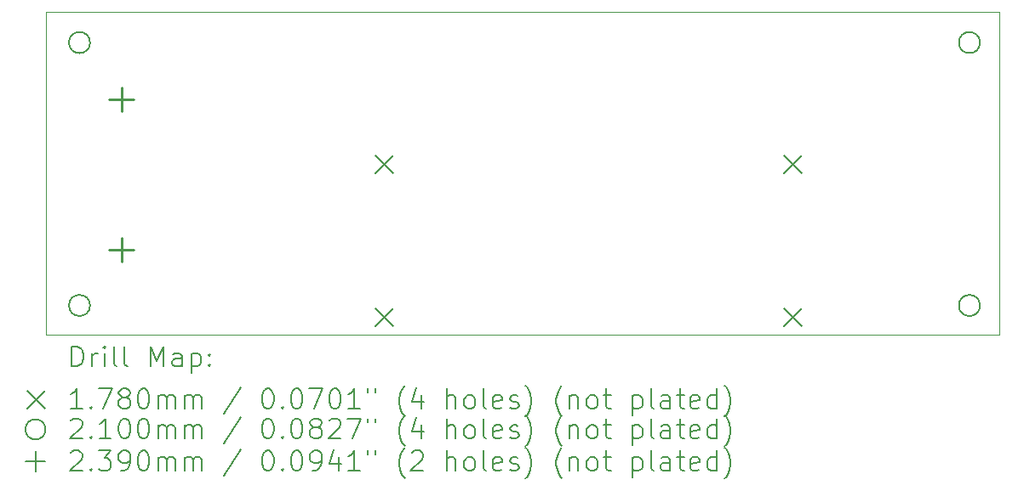
<source format=gbr>
%TF.GenerationSoftware,KiCad,Pcbnew,8.0.1*%
%TF.CreationDate,2024-05-12T20:31:25+01:00*%
%TF.ProjectId,TIMPS2Key,54494d50-5332-44b6-9579-2e6b69636164,rev?*%
%TF.SameCoordinates,Original*%
%TF.FileFunction,Drillmap*%
%TF.FilePolarity,Positive*%
%FSLAX45Y45*%
G04 Gerber Fmt 4.5, Leading zero omitted, Abs format (unit mm)*
G04 Created by KiCad (PCBNEW 8.0.1) date 2024-05-12 20:31:25*
%MOMM*%
%LPD*%
G01*
G04 APERTURE LIST*
%ADD10C,0.100000*%
%ADD11C,0.200000*%
%ADD12C,0.178000*%
%ADD13C,0.210000*%
%ADD14C,0.239000*%
G04 APERTURE END LIST*
D10*
X8070000Y-4675000D02*
X17554000Y-4675000D01*
X17554000Y-7893000D01*
X8070000Y-7893000D01*
X8070000Y-4675000D01*
D11*
D12*
X11347000Y-6103000D02*
X11525000Y-6281000D01*
X11525000Y-6103000D02*
X11347000Y-6281000D01*
X11347000Y-7627000D02*
X11525000Y-7805000D01*
X11525000Y-7627000D02*
X11347000Y-7805000D01*
X15411000Y-6103000D02*
X15589000Y-6281000D01*
X15589000Y-6103000D02*
X15411000Y-6281000D01*
X15411000Y-7627000D02*
X15589000Y-7805000D01*
X15589000Y-7627000D02*
X15411000Y-7805000D01*
D13*
X8508000Y-4981000D02*
G75*
G02*
X8298000Y-4981000I-105000J0D01*
G01*
X8298000Y-4981000D02*
G75*
G02*
X8508000Y-4981000I105000J0D01*
G01*
X8508000Y-7601000D02*
G75*
G02*
X8298000Y-7601000I-105000J0D01*
G01*
X8298000Y-7601000D02*
G75*
G02*
X8508000Y-7601000I105000J0D01*
G01*
X17360000Y-4981000D02*
G75*
G02*
X17150000Y-4981000I-105000J0D01*
G01*
X17150000Y-4981000D02*
G75*
G02*
X17360000Y-4981000I105000J0D01*
G01*
X17360000Y-7601000D02*
G75*
G02*
X17150000Y-7601000I-105000J0D01*
G01*
X17150000Y-7601000D02*
G75*
G02*
X17360000Y-7601000I105000J0D01*
G01*
D14*
X8819000Y-5427500D02*
X8819000Y-5666500D01*
X8699500Y-5547000D02*
X8938500Y-5547000D01*
X8819000Y-6928500D02*
X8819000Y-7167500D01*
X8699500Y-7048000D02*
X8938500Y-7048000D01*
D11*
X8325777Y-8209484D02*
X8325777Y-8009484D01*
X8325777Y-8009484D02*
X8373396Y-8009484D01*
X8373396Y-8009484D02*
X8401967Y-8019008D01*
X8401967Y-8019008D02*
X8421015Y-8038055D01*
X8421015Y-8038055D02*
X8430539Y-8057103D01*
X8430539Y-8057103D02*
X8440063Y-8095198D01*
X8440063Y-8095198D02*
X8440063Y-8123769D01*
X8440063Y-8123769D02*
X8430539Y-8161865D01*
X8430539Y-8161865D02*
X8421015Y-8180912D01*
X8421015Y-8180912D02*
X8401967Y-8199960D01*
X8401967Y-8199960D02*
X8373396Y-8209484D01*
X8373396Y-8209484D02*
X8325777Y-8209484D01*
X8525777Y-8209484D02*
X8525777Y-8076150D01*
X8525777Y-8114246D02*
X8535301Y-8095198D01*
X8535301Y-8095198D02*
X8544824Y-8085674D01*
X8544824Y-8085674D02*
X8563872Y-8076150D01*
X8563872Y-8076150D02*
X8582920Y-8076150D01*
X8649586Y-8209484D02*
X8649586Y-8076150D01*
X8649586Y-8009484D02*
X8640063Y-8019008D01*
X8640063Y-8019008D02*
X8649586Y-8028531D01*
X8649586Y-8028531D02*
X8659110Y-8019008D01*
X8659110Y-8019008D02*
X8649586Y-8009484D01*
X8649586Y-8009484D02*
X8649586Y-8028531D01*
X8773396Y-8209484D02*
X8754348Y-8199960D01*
X8754348Y-8199960D02*
X8744824Y-8180912D01*
X8744824Y-8180912D02*
X8744824Y-8009484D01*
X8878158Y-8209484D02*
X8859110Y-8199960D01*
X8859110Y-8199960D02*
X8849586Y-8180912D01*
X8849586Y-8180912D02*
X8849586Y-8009484D01*
X9106729Y-8209484D02*
X9106729Y-8009484D01*
X9106729Y-8009484D02*
X9173396Y-8152341D01*
X9173396Y-8152341D02*
X9240063Y-8009484D01*
X9240063Y-8009484D02*
X9240063Y-8209484D01*
X9421015Y-8209484D02*
X9421015Y-8104722D01*
X9421015Y-8104722D02*
X9411491Y-8085674D01*
X9411491Y-8085674D02*
X9392444Y-8076150D01*
X9392444Y-8076150D02*
X9354348Y-8076150D01*
X9354348Y-8076150D02*
X9335301Y-8085674D01*
X9421015Y-8199960D02*
X9401967Y-8209484D01*
X9401967Y-8209484D02*
X9354348Y-8209484D01*
X9354348Y-8209484D02*
X9335301Y-8199960D01*
X9335301Y-8199960D02*
X9325777Y-8180912D01*
X9325777Y-8180912D02*
X9325777Y-8161865D01*
X9325777Y-8161865D02*
X9335301Y-8142817D01*
X9335301Y-8142817D02*
X9354348Y-8133293D01*
X9354348Y-8133293D02*
X9401967Y-8133293D01*
X9401967Y-8133293D02*
X9421015Y-8123769D01*
X9516253Y-8076150D02*
X9516253Y-8276150D01*
X9516253Y-8085674D02*
X9535301Y-8076150D01*
X9535301Y-8076150D02*
X9573396Y-8076150D01*
X9573396Y-8076150D02*
X9592444Y-8085674D01*
X9592444Y-8085674D02*
X9601967Y-8095198D01*
X9601967Y-8095198D02*
X9611491Y-8114246D01*
X9611491Y-8114246D02*
X9611491Y-8171388D01*
X9611491Y-8171388D02*
X9601967Y-8190436D01*
X9601967Y-8190436D02*
X9592444Y-8199960D01*
X9592444Y-8199960D02*
X9573396Y-8209484D01*
X9573396Y-8209484D02*
X9535301Y-8209484D01*
X9535301Y-8209484D02*
X9516253Y-8199960D01*
X9697205Y-8190436D02*
X9706729Y-8199960D01*
X9706729Y-8199960D02*
X9697205Y-8209484D01*
X9697205Y-8209484D02*
X9687682Y-8199960D01*
X9687682Y-8199960D02*
X9697205Y-8190436D01*
X9697205Y-8190436D02*
X9697205Y-8209484D01*
X9697205Y-8085674D02*
X9706729Y-8095198D01*
X9706729Y-8095198D02*
X9697205Y-8104722D01*
X9697205Y-8104722D02*
X9687682Y-8095198D01*
X9687682Y-8095198D02*
X9697205Y-8085674D01*
X9697205Y-8085674D02*
X9697205Y-8104722D01*
D12*
X7887000Y-8449000D02*
X8065000Y-8627000D01*
X8065000Y-8449000D02*
X7887000Y-8627000D01*
D11*
X8430539Y-8629484D02*
X8316253Y-8629484D01*
X8373396Y-8629484D02*
X8373396Y-8429484D01*
X8373396Y-8429484D02*
X8354348Y-8458055D01*
X8354348Y-8458055D02*
X8335301Y-8477103D01*
X8335301Y-8477103D02*
X8316253Y-8486627D01*
X8516253Y-8610436D02*
X8525777Y-8619960D01*
X8525777Y-8619960D02*
X8516253Y-8629484D01*
X8516253Y-8629484D02*
X8506729Y-8619960D01*
X8506729Y-8619960D02*
X8516253Y-8610436D01*
X8516253Y-8610436D02*
X8516253Y-8629484D01*
X8592444Y-8429484D02*
X8725777Y-8429484D01*
X8725777Y-8429484D02*
X8640063Y-8629484D01*
X8830539Y-8515198D02*
X8811491Y-8505674D01*
X8811491Y-8505674D02*
X8801967Y-8496150D01*
X8801967Y-8496150D02*
X8792444Y-8477103D01*
X8792444Y-8477103D02*
X8792444Y-8467579D01*
X8792444Y-8467579D02*
X8801967Y-8448531D01*
X8801967Y-8448531D02*
X8811491Y-8439008D01*
X8811491Y-8439008D02*
X8830539Y-8429484D01*
X8830539Y-8429484D02*
X8868634Y-8429484D01*
X8868634Y-8429484D02*
X8887682Y-8439008D01*
X8887682Y-8439008D02*
X8897205Y-8448531D01*
X8897205Y-8448531D02*
X8906729Y-8467579D01*
X8906729Y-8467579D02*
X8906729Y-8477103D01*
X8906729Y-8477103D02*
X8897205Y-8496150D01*
X8897205Y-8496150D02*
X8887682Y-8505674D01*
X8887682Y-8505674D02*
X8868634Y-8515198D01*
X8868634Y-8515198D02*
X8830539Y-8515198D01*
X8830539Y-8515198D02*
X8811491Y-8524722D01*
X8811491Y-8524722D02*
X8801967Y-8534246D01*
X8801967Y-8534246D02*
X8792444Y-8553293D01*
X8792444Y-8553293D02*
X8792444Y-8591389D01*
X8792444Y-8591389D02*
X8801967Y-8610436D01*
X8801967Y-8610436D02*
X8811491Y-8619960D01*
X8811491Y-8619960D02*
X8830539Y-8629484D01*
X8830539Y-8629484D02*
X8868634Y-8629484D01*
X8868634Y-8629484D02*
X8887682Y-8619960D01*
X8887682Y-8619960D02*
X8897205Y-8610436D01*
X8897205Y-8610436D02*
X8906729Y-8591389D01*
X8906729Y-8591389D02*
X8906729Y-8553293D01*
X8906729Y-8553293D02*
X8897205Y-8534246D01*
X8897205Y-8534246D02*
X8887682Y-8524722D01*
X8887682Y-8524722D02*
X8868634Y-8515198D01*
X9030539Y-8429484D02*
X9049586Y-8429484D01*
X9049586Y-8429484D02*
X9068634Y-8439008D01*
X9068634Y-8439008D02*
X9078158Y-8448531D01*
X9078158Y-8448531D02*
X9087682Y-8467579D01*
X9087682Y-8467579D02*
X9097205Y-8505674D01*
X9097205Y-8505674D02*
X9097205Y-8553293D01*
X9097205Y-8553293D02*
X9087682Y-8591389D01*
X9087682Y-8591389D02*
X9078158Y-8610436D01*
X9078158Y-8610436D02*
X9068634Y-8619960D01*
X9068634Y-8619960D02*
X9049586Y-8629484D01*
X9049586Y-8629484D02*
X9030539Y-8629484D01*
X9030539Y-8629484D02*
X9011491Y-8619960D01*
X9011491Y-8619960D02*
X9001967Y-8610436D01*
X9001967Y-8610436D02*
X8992444Y-8591389D01*
X8992444Y-8591389D02*
X8982920Y-8553293D01*
X8982920Y-8553293D02*
X8982920Y-8505674D01*
X8982920Y-8505674D02*
X8992444Y-8467579D01*
X8992444Y-8467579D02*
X9001967Y-8448531D01*
X9001967Y-8448531D02*
X9011491Y-8439008D01*
X9011491Y-8439008D02*
X9030539Y-8429484D01*
X9182920Y-8629484D02*
X9182920Y-8496150D01*
X9182920Y-8515198D02*
X9192444Y-8505674D01*
X9192444Y-8505674D02*
X9211491Y-8496150D01*
X9211491Y-8496150D02*
X9240063Y-8496150D01*
X9240063Y-8496150D02*
X9259110Y-8505674D01*
X9259110Y-8505674D02*
X9268634Y-8524722D01*
X9268634Y-8524722D02*
X9268634Y-8629484D01*
X9268634Y-8524722D02*
X9278158Y-8505674D01*
X9278158Y-8505674D02*
X9297205Y-8496150D01*
X9297205Y-8496150D02*
X9325777Y-8496150D01*
X9325777Y-8496150D02*
X9344825Y-8505674D01*
X9344825Y-8505674D02*
X9354348Y-8524722D01*
X9354348Y-8524722D02*
X9354348Y-8629484D01*
X9449586Y-8629484D02*
X9449586Y-8496150D01*
X9449586Y-8515198D02*
X9459110Y-8505674D01*
X9459110Y-8505674D02*
X9478158Y-8496150D01*
X9478158Y-8496150D02*
X9506729Y-8496150D01*
X9506729Y-8496150D02*
X9525777Y-8505674D01*
X9525777Y-8505674D02*
X9535301Y-8524722D01*
X9535301Y-8524722D02*
X9535301Y-8629484D01*
X9535301Y-8524722D02*
X9544825Y-8505674D01*
X9544825Y-8505674D02*
X9563872Y-8496150D01*
X9563872Y-8496150D02*
X9592444Y-8496150D01*
X9592444Y-8496150D02*
X9611491Y-8505674D01*
X9611491Y-8505674D02*
X9621015Y-8524722D01*
X9621015Y-8524722D02*
X9621015Y-8629484D01*
X10011491Y-8419960D02*
X9840063Y-8677103D01*
X10268634Y-8429484D02*
X10287682Y-8429484D01*
X10287682Y-8429484D02*
X10306729Y-8439008D01*
X10306729Y-8439008D02*
X10316253Y-8448531D01*
X10316253Y-8448531D02*
X10325777Y-8467579D01*
X10325777Y-8467579D02*
X10335301Y-8505674D01*
X10335301Y-8505674D02*
X10335301Y-8553293D01*
X10335301Y-8553293D02*
X10325777Y-8591389D01*
X10325777Y-8591389D02*
X10316253Y-8610436D01*
X10316253Y-8610436D02*
X10306729Y-8619960D01*
X10306729Y-8619960D02*
X10287682Y-8629484D01*
X10287682Y-8629484D02*
X10268634Y-8629484D01*
X10268634Y-8629484D02*
X10249587Y-8619960D01*
X10249587Y-8619960D02*
X10240063Y-8610436D01*
X10240063Y-8610436D02*
X10230539Y-8591389D01*
X10230539Y-8591389D02*
X10221015Y-8553293D01*
X10221015Y-8553293D02*
X10221015Y-8505674D01*
X10221015Y-8505674D02*
X10230539Y-8467579D01*
X10230539Y-8467579D02*
X10240063Y-8448531D01*
X10240063Y-8448531D02*
X10249587Y-8439008D01*
X10249587Y-8439008D02*
X10268634Y-8429484D01*
X10421015Y-8610436D02*
X10430539Y-8619960D01*
X10430539Y-8619960D02*
X10421015Y-8629484D01*
X10421015Y-8629484D02*
X10411491Y-8619960D01*
X10411491Y-8619960D02*
X10421015Y-8610436D01*
X10421015Y-8610436D02*
X10421015Y-8629484D01*
X10554348Y-8429484D02*
X10573396Y-8429484D01*
X10573396Y-8429484D02*
X10592444Y-8439008D01*
X10592444Y-8439008D02*
X10601968Y-8448531D01*
X10601968Y-8448531D02*
X10611491Y-8467579D01*
X10611491Y-8467579D02*
X10621015Y-8505674D01*
X10621015Y-8505674D02*
X10621015Y-8553293D01*
X10621015Y-8553293D02*
X10611491Y-8591389D01*
X10611491Y-8591389D02*
X10601968Y-8610436D01*
X10601968Y-8610436D02*
X10592444Y-8619960D01*
X10592444Y-8619960D02*
X10573396Y-8629484D01*
X10573396Y-8629484D02*
X10554348Y-8629484D01*
X10554348Y-8629484D02*
X10535301Y-8619960D01*
X10535301Y-8619960D02*
X10525777Y-8610436D01*
X10525777Y-8610436D02*
X10516253Y-8591389D01*
X10516253Y-8591389D02*
X10506729Y-8553293D01*
X10506729Y-8553293D02*
X10506729Y-8505674D01*
X10506729Y-8505674D02*
X10516253Y-8467579D01*
X10516253Y-8467579D02*
X10525777Y-8448531D01*
X10525777Y-8448531D02*
X10535301Y-8439008D01*
X10535301Y-8439008D02*
X10554348Y-8429484D01*
X10687682Y-8429484D02*
X10821015Y-8429484D01*
X10821015Y-8429484D02*
X10735301Y-8629484D01*
X10935301Y-8429484D02*
X10954349Y-8429484D01*
X10954349Y-8429484D02*
X10973396Y-8439008D01*
X10973396Y-8439008D02*
X10982920Y-8448531D01*
X10982920Y-8448531D02*
X10992444Y-8467579D01*
X10992444Y-8467579D02*
X11001968Y-8505674D01*
X11001968Y-8505674D02*
X11001968Y-8553293D01*
X11001968Y-8553293D02*
X10992444Y-8591389D01*
X10992444Y-8591389D02*
X10982920Y-8610436D01*
X10982920Y-8610436D02*
X10973396Y-8619960D01*
X10973396Y-8619960D02*
X10954349Y-8629484D01*
X10954349Y-8629484D02*
X10935301Y-8629484D01*
X10935301Y-8629484D02*
X10916253Y-8619960D01*
X10916253Y-8619960D02*
X10906729Y-8610436D01*
X10906729Y-8610436D02*
X10897206Y-8591389D01*
X10897206Y-8591389D02*
X10887682Y-8553293D01*
X10887682Y-8553293D02*
X10887682Y-8505674D01*
X10887682Y-8505674D02*
X10897206Y-8467579D01*
X10897206Y-8467579D02*
X10906729Y-8448531D01*
X10906729Y-8448531D02*
X10916253Y-8439008D01*
X10916253Y-8439008D02*
X10935301Y-8429484D01*
X11192444Y-8629484D02*
X11078158Y-8629484D01*
X11135301Y-8629484D02*
X11135301Y-8429484D01*
X11135301Y-8429484D02*
X11116253Y-8458055D01*
X11116253Y-8458055D02*
X11097206Y-8477103D01*
X11097206Y-8477103D02*
X11078158Y-8486627D01*
X11268634Y-8429484D02*
X11268634Y-8467579D01*
X11344825Y-8429484D02*
X11344825Y-8467579D01*
X11640063Y-8705674D02*
X11630539Y-8696150D01*
X11630539Y-8696150D02*
X11611491Y-8667579D01*
X11611491Y-8667579D02*
X11601968Y-8648531D01*
X11601968Y-8648531D02*
X11592444Y-8619960D01*
X11592444Y-8619960D02*
X11582920Y-8572341D01*
X11582920Y-8572341D02*
X11582920Y-8534246D01*
X11582920Y-8534246D02*
X11592444Y-8486627D01*
X11592444Y-8486627D02*
X11601968Y-8458055D01*
X11601968Y-8458055D02*
X11611491Y-8439008D01*
X11611491Y-8439008D02*
X11630539Y-8410436D01*
X11630539Y-8410436D02*
X11640063Y-8400912D01*
X11801968Y-8496150D02*
X11801968Y-8629484D01*
X11754348Y-8419960D02*
X11706729Y-8562817D01*
X11706729Y-8562817D02*
X11830539Y-8562817D01*
X12059110Y-8629484D02*
X12059110Y-8429484D01*
X12144825Y-8629484D02*
X12144825Y-8524722D01*
X12144825Y-8524722D02*
X12135301Y-8505674D01*
X12135301Y-8505674D02*
X12116253Y-8496150D01*
X12116253Y-8496150D02*
X12087682Y-8496150D01*
X12087682Y-8496150D02*
X12068634Y-8505674D01*
X12068634Y-8505674D02*
X12059110Y-8515198D01*
X12268634Y-8629484D02*
X12249587Y-8619960D01*
X12249587Y-8619960D02*
X12240063Y-8610436D01*
X12240063Y-8610436D02*
X12230539Y-8591389D01*
X12230539Y-8591389D02*
X12230539Y-8534246D01*
X12230539Y-8534246D02*
X12240063Y-8515198D01*
X12240063Y-8515198D02*
X12249587Y-8505674D01*
X12249587Y-8505674D02*
X12268634Y-8496150D01*
X12268634Y-8496150D02*
X12297206Y-8496150D01*
X12297206Y-8496150D02*
X12316253Y-8505674D01*
X12316253Y-8505674D02*
X12325777Y-8515198D01*
X12325777Y-8515198D02*
X12335301Y-8534246D01*
X12335301Y-8534246D02*
X12335301Y-8591389D01*
X12335301Y-8591389D02*
X12325777Y-8610436D01*
X12325777Y-8610436D02*
X12316253Y-8619960D01*
X12316253Y-8619960D02*
X12297206Y-8629484D01*
X12297206Y-8629484D02*
X12268634Y-8629484D01*
X12449587Y-8629484D02*
X12430539Y-8619960D01*
X12430539Y-8619960D02*
X12421015Y-8600912D01*
X12421015Y-8600912D02*
X12421015Y-8429484D01*
X12601968Y-8619960D02*
X12582920Y-8629484D01*
X12582920Y-8629484D02*
X12544825Y-8629484D01*
X12544825Y-8629484D02*
X12525777Y-8619960D01*
X12525777Y-8619960D02*
X12516253Y-8600912D01*
X12516253Y-8600912D02*
X12516253Y-8524722D01*
X12516253Y-8524722D02*
X12525777Y-8505674D01*
X12525777Y-8505674D02*
X12544825Y-8496150D01*
X12544825Y-8496150D02*
X12582920Y-8496150D01*
X12582920Y-8496150D02*
X12601968Y-8505674D01*
X12601968Y-8505674D02*
X12611491Y-8524722D01*
X12611491Y-8524722D02*
X12611491Y-8543770D01*
X12611491Y-8543770D02*
X12516253Y-8562817D01*
X12687682Y-8619960D02*
X12706730Y-8629484D01*
X12706730Y-8629484D02*
X12744825Y-8629484D01*
X12744825Y-8629484D02*
X12763872Y-8619960D01*
X12763872Y-8619960D02*
X12773396Y-8600912D01*
X12773396Y-8600912D02*
X12773396Y-8591389D01*
X12773396Y-8591389D02*
X12763872Y-8572341D01*
X12763872Y-8572341D02*
X12744825Y-8562817D01*
X12744825Y-8562817D02*
X12716253Y-8562817D01*
X12716253Y-8562817D02*
X12697206Y-8553293D01*
X12697206Y-8553293D02*
X12687682Y-8534246D01*
X12687682Y-8534246D02*
X12687682Y-8524722D01*
X12687682Y-8524722D02*
X12697206Y-8505674D01*
X12697206Y-8505674D02*
X12716253Y-8496150D01*
X12716253Y-8496150D02*
X12744825Y-8496150D01*
X12744825Y-8496150D02*
X12763872Y-8505674D01*
X12840063Y-8705674D02*
X12849587Y-8696150D01*
X12849587Y-8696150D02*
X12868634Y-8667579D01*
X12868634Y-8667579D02*
X12878158Y-8648531D01*
X12878158Y-8648531D02*
X12887682Y-8619960D01*
X12887682Y-8619960D02*
X12897206Y-8572341D01*
X12897206Y-8572341D02*
X12897206Y-8534246D01*
X12897206Y-8534246D02*
X12887682Y-8486627D01*
X12887682Y-8486627D02*
X12878158Y-8458055D01*
X12878158Y-8458055D02*
X12868634Y-8439008D01*
X12868634Y-8439008D02*
X12849587Y-8410436D01*
X12849587Y-8410436D02*
X12840063Y-8400912D01*
X13201968Y-8705674D02*
X13192444Y-8696150D01*
X13192444Y-8696150D02*
X13173396Y-8667579D01*
X13173396Y-8667579D02*
X13163872Y-8648531D01*
X13163872Y-8648531D02*
X13154349Y-8619960D01*
X13154349Y-8619960D02*
X13144825Y-8572341D01*
X13144825Y-8572341D02*
X13144825Y-8534246D01*
X13144825Y-8534246D02*
X13154349Y-8486627D01*
X13154349Y-8486627D02*
X13163872Y-8458055D01*
X13163872Y-8458055D02*
X13173396Y-8439008D01*
X13173396Y-8439008D02*
X13192444Y-8410436D01*
X13192444Y-8410436D02*
X13201968Y-8400912D01*
X13278158Y-8496150D02*
X13278158Y-8629484D01*
X13278158Y-8515198D02*
X13287682Y-8505674D01*
X13287682Y-8505674D02*
X13306730Y-8496150D01*
X13306730Y-8496150D02*
X13335301Y-8496150D01*
X13335301Y-8496150D02*
X13354349Y-8505674D01*
X13354349Y-8505674D02*
X13363872Y-8524722D01*
X13363872Y-8524722D02*
X13363872Y-8629484D01*
X13487682Y-8629484D02*
X13468634Y-8619960D01*
X13468634Y-8619960D02*
X13459111Y-8610436D01*
X13459111Y-8610436D02*
X13449587Y-8591389D01*
X13449587Y-8591389D02*
X13449587Y-8534246D01*
X13449587Y-8534246D02*
X13459111Y-8515198D01*
X13459111Y-8515198D02*
X13468634Y-8505674D01*
X13468634Y-8505674D02*
X13487682Y-8496150D01*
X13487682Y-8496150D02*
X13516253Y-8496150D01*
X13516253Y-8496150D02*
X13535301Y-8505674D01*
X13535301Y-8505674D02*
X13544825Y-8515198D01*
X13544825Y-8515198D02*
X13554349Y-8534246D01*
X13554349Y-8534246D02*
X13554349Y-8591389D01*
X13554349Y-8591389D02*
X13544825Y-8610436D01*
X13544825Y-8610436D02*
X13535301Y-8619960D01*
X13535301Y-8619960D02*
X13516253Y-8629484D01*
X13516253Y-8629484D02*
X13487682Y-8629484D01*
X13611492Y-8496150D02*
X13687682Y-8496150D01*
X13640063Y-8429484D02*
X13640063Y-8600912D01*
X13640063Y-8600912D02*
X13649587Y-8619960D01*
X13649587Y-8619960D02*
X13668634Y-8629484D01*
X13668634Y-8629484D02*
X13687682Y-8629484D01*
X13906730Y-8496150D02*
X13906730Y-8696150D01*
X13906730Y-8505674D02*
X13925777Y-8496150D01*
X13925777Y-8496150D02*
X13963873Y-8496150D01*
X13963873Y-8496150D02*
X13982920Y-8505674D01*
X13982920Y-8505674D02*
X13992444Y-8515198D01*
X13992444Y-8515198D02*
X14001968Y-8534246D01*
X14001968Y-8534246D02*
X14001968Y-8591389D01*
X14001968Y-8591389D02*
X13992444Y-8610436D01*
X13992444Y-8610436D02*
X13982920Y-8619960D01*
X13982920Y-8619960D02*
X13963873Y-8629484D01*
X13963873Y-8629484D02*
X13925777Y-8629484D01*
X13925777Y-8629484D02*
X13906730Y-8619960D01*
X14116253Y-8629484D02*
X14097206Y-8619960D01*
X14097206Y-8619960D02*
X14087682Y-8600912D01*
X14087682Y-8600912D02*
X14087682Y-8429484D01*
X14278158Y-8629484D02*
X14278158Y-8524722D01*
X14278158Y-8524722D02*
X14268634Y-8505674D01*
X14268634Y-8505674D02*
X14249587Y-8496150D01*
X14249587Y-8496150D02*
X14211492Y-8496150D01*
X14211492Y-8496150D02*
X14192444Y-8505674D01*
X14278158Y-8619960D02*
X14259111Y-8629484D01*
X14259111Y-8629484D02*
X14211492Y-8629484D01*
X14211492Y-8629484D02*
X14192444Y-8619960D01*
X14192444Y-8619960D02*
X14182920Y-8600912D01*
X14182920Y-8600912D02*
X14182920Y-8581865D01*
X14182920Y-8581865D02*
X14192444Y-8562817D01*
X14192444Y-8562817D02*
X14211492Y-8553293D01*
X14211492Y-8553293D02*
X14259111Y-8553293D01*
X14259111Y-8553293D02*
X14278158Y-8543770D01*
X14344825Y-8496150D02*
X14421015Y-8496150D01*
X14373396Y-8429484D02*
X14373396Y-8600912D01*
X14373396Y-8600912D02*
X14382920Y-8619960D01*
X14382920Y-8619960D02*
X14401968Y-8629484D01*
X14401968Y-8629484D02*
X14421015Y-8629484D01*
X14563873Y-8619960D02*
X14544825Y-8629484D01*
X14544825Y-8629484D02*
X14506730Y-8629484D01*
X14506730Y-8629484D02*
X14487682Y-8619960D01*
X14487682Y-8619960D02*
X14478158Y-8600912D01*
X14478158Y-8600912D02*
X14478158Y-8524722D01*
X14478158Y-8524722D02*
X14487682Y-8505674D01*
X14487682Y-8505674D02*
X14506730Y-8496150D01*
X14506730Y-8496150D02*
X14544825Y-8496150D01*
X14544825Y-8496150D02*
X14563873Y-8505674D01*
X14563873Y-8505674D02*
X14573396Y-8524722D01*
X14573396Y-8524722D02*
X14573396Y-8543770D01*
X14573396Y-8543770D02*
X14478158Y-8562817D01*
X14744825Y-8629484D02*
X14744825Y-8429484D01*
X14744825Y-8619960D02*
X14725777Y-8629484D01*
X14725777Y-8629484D02*
X14687682Y-8629484D01*
X14687682Y-8629484D02*
X14668634Y-8619960D01*
X14668634Y-8619960D02*
X14659111Y-8610436D01*
X14659111Y-8610436D02*
X14649587Y-8591389D01*
X14649587Y-8591389D02*
X14649587Y-8534246D01*
X14649587Y-8534246D02*
X14659111Y-8515198D01*
X14659111Y-8515198D02*
X14668634Y-8505674D01*
X14668634Y-8505674D02*
X14687682Y-8496150D01*
X14687682Y-8496150D02*
X14725777Y-8496150D01*
X14725777Y-8496150D02*
X14744825Y-8505674D01*
X14821015Y-8705674D02*
X14830539Y-8696150D01*
X14830539Y-8696150D02*
X14849587Y-8667579D01*
X14849587Y-8667579D02*
X14859111Y-8648531D01*
X14859111Y-8648531D02*
X14868634Y-8619960D01*
X14868634Y-8619960D02*
X14878158Y-8572341D01*
X14878158Y-8572341D02*
X14878158Y-8534246D01*
X14878158Y-8534246D02*
X14868634Y-8486627D01*
X14868634Y-8486627D02*
X14859111Y-8458055D01*
X14859111Y-8458055D02*
X14849587Y-8439008D01*
X14849587Y-8439008D02*
X14830539Y-8410436D01*
X14830539Y-8410436D02*
X14821015Y-8400912D01*
X8065000Y-8836000D02*
G75*
G02*
X7865000Y-8836000I-100000J0D01*
G01*
X7865000Y-8836000D02*
G75*
G02*
X8065000Y-8836000I100000J0D01*
G01*
X8316253Y-8746531D02*
X8325777Y-8737008D01*
X8325777Y-8737008D02*
X8344824Y-8727484D01*
X8344824Y-8727484D02*
X8392444Y-8727484D01*
X8392444Y-8727484D02*
X8411491Y-8737008D01*
X8411491Y-8737008D02*
X8421015Y-8746531D01*
X8421015Y-8746531D02*
X8430539Y-8765579D01*
X8430539Y-8765579D02*
X8430539Y-8784627D01*
X8430539Y-8784627D02*
X8421015Y-8813198D01*
X8421015Y-8813198D02*
X8306729Y-8927484D01*
X8306729Y-8927484D02*
X8430539Y-8927484D01*
X8516253Y-8908436D02*
X8525777Y-8917960D01*
X8525777Y-8917960D02*
X8516253Y-8927484D01*
X8516253Y-8927484D02*
X8506729Y-8917960D01*
X8506729Y-8917960D02*
X8516253Y-8908436D01*
X8516253Y-8908436D02*
X8516253Y-8927484D01*
X8716253Y-8927484D02*
X8601967Y-8927484D01*
X8659110Y-8927484D02*
X8659110Y-8727484D01*
X8659110Y-8727484D02*
X8640063Y-8756055D01*
X8640063Y-8756055D02*
X8621015Y-8775103D01*
X8621015Y-8775103D02*
X8601967Y-8784627D01*
X8840063Y-8727484D02*
X8859110Y-8727484D01*
X8859110Y-8727484D02*
X8878158Y-8737008D01*
X8878158Y-8737008D02*
X8887682Y-8746531D01*
X8887682Y-8746531D02*
X8897205Y-8765579D01*
X8897205Y-8765579D02*
X8906729Y-8803674D01*
X8906729Y-8803674D02*
X8906729Y-8851293D01*
X8906729Y-8851293D02*
X8897205Y-8889389D01*
X8897205Y-8889389D02*
X8887682Y-8908436D01*
X8887682Y-8908436D02*
X8878158Y-8917960D01*
X8878158Y-8917960D02*
X8859110Y-8927484D01*
X8859110Y-8927484D02*
X8840063Y-8927484D01*
X8840063Y-8927484D02*
X8821015Y-8917960D01*
X8821015Y-8917960D02*
X8811491Y-8908436D01*
X8811491Y-8908436D02*
X8801967Y-8889389D01*
X8801967Y-8889389D02*
X8792444Y-8851293D01*
X8792444Y-8851293D02*
X8792444Y-8803674D01*
X8792444Y-8803674D02*
X8801967Y-8765579D01*
X8801967Y-8765579D02*
X8811491Y-8746531D01*
X8811491Y-8746531D02*
X8821015Y-8737008D01*
X8821015Y-8737008D02*
X8840063Y-8727484D01*
X9030539Y-8727484D02*
X9049586Y-8727484D01*
X9049586Y-8727484D02*
X9068634Y-8737008D01*
X9068634Y-8737008D02*
X9078158Y-8746531D01*
X9078158Y-8746531D02*
X9087682Y-8765579D01*
X9087682Y-8765579D02*
X9097205Y-8803674D01*
X9097205Y-8803674D02*
X9097205Y-8851293D01*
X9097205Y-8851293D02*
X9087682Y-8889389D01*
X9087682Y-8889389D02*
X9078158Y-8908436D01*
X9078158Y-8908436D02*
X9068634Y-8917960D01*
X9068634Y-8917960D02*
X9049586Y-8927484D01*
X9049586Y-8927484D02*
X9030539Y-8927484D01*
X9030539Y-8927484D02*
X9011491Y-8917960D01*
X9011491Y-8917960D02*
X9001967Y-8908436D01*
X9001967Y-8908436D02*
X8992444Y-8889389D01*
X8992444Y-8889389D02*
X8982920Y-8851293D01*
X8982920Y-8851293D02*
X8982920Y-8803674D01*
X8982920Y-8803674D02*
X8992444Y-8765579D01*
X8992444Y-8765579D02*
X9001967Y-8746531D01*
X9001967Y-8746531D02*
X9011491Y-8737008D01*
X9011491Y-8737008D02*
X9030539Y-8727484D01*
X9182920Y-8927484D02*
X9182920Y-8794150D01*
X9182920Y-8813198D02*
X9192444Y-8803674D01*
X9192444Y-8803674D02*
X9211491Y-8794150D01*
X9211491Y-8794150D02*
X9240063Y-8794150D01*
X9240063Y-8794150D02*
X9259110Y-8803674D01*
X9259110Y-8803674D02*
X9268634Y-8822722D01*
X9268634Y-8822722D02*
X9268634Y-8927484D01*
X9268634Y-8822722D02*
X9278158Y-8803674D01*
X9278158Y-8803674D02*
X9297205Y-8794150D01*
X9297205Y-8794150D02*
X9325777Y-8794150D01*
X9325777Y-8794150D02*
X9344825Y-8803674D01*
X9344825Y-8803674D02*
X9354348Y-8822722D01*
X9354348Y-8822722D02*
X9354348Y-8927484D01*
X9449586Y-8927484D02*
X9449586Y-8794150D01*
X9449586Y-8813198D02*
X9459110Y-8803674D01*
X9459110Y-8803674D02*
X9478158Y-8794150D01*
X9478158Y-8794150D02*
X9506729Y-8794150D01*
X9506729Y-8794150D02*
X9525777Y-8803674D01*
X9525777Y-8803674D02*
X9535301Y-8822722D01*
X9535301Y-8822722D02*
X9535301Y-8927484D01*
X9535301Y-8822722D02*
X9544825Y-8803674D01*
X9544825Y-8803674D02*
X9563872Y-8794150D01*
X9563872Y-8794150D02*
X9592444Y-8794150D01*
X9592444Y-8794150D02*
X9611491Y-8803674D01*
X9611491Y-8803674D02*
X9621015Y-8822722D01*
X9621015Y-8822722D02*
X9621015Y-8927484D01*
X10011491Y-8717960D02*
X9840063Y-8975103D01*
X10268634Y-8727484D02*
X10287682Y-8727484D01*
X10287682Y-8727484D02*
X10306729Y-8737008D01*
X10306729Y-8737008D02*
X10316253Y-8746531D01*
X10316253Y-8746531D02*
X10325777Y-8765579D01*
X10325777Y-8765579D02*
X10335301Y-8803674D01*
X10335301Y-8803674D02*
X10335301Y-8851293D01*
X10335301Y-8851293D02*
X10325777Y-8889389D01*
X10325777Y-8889389D02*
X10316253Y-8908436D01*
X10316253Y-8908436D02*
X10306729Y-8917960D01*
X10306729Y-8917960D02*
X10287682Y-8927484D01*
X10287682Y-8927484D02*
X10268634Y-8927484D01*
X10268634Y-8927484D02*
X10249587Y-8917960D01*
X10249587Y-8917960D02*
X10240063Y-8908436D01*
X10240063Y-8908436D02*
X10230539Y-8889389D01*
X10230539Y-8889389D02*
X10221015Y-8851293D01*
X10221015Y-8851293D02*
X10221015Y-8803674D01*
X10221015Y-8803674D02*
X10230539Y-8765579D01*
X10230539Y-8765579D02*
X10240063Y-8746531D01*
X10240063Y-8746531D02*
X10249587Y-8737008D01*
X10249587Y-8737008D02*
X10268634Y-8727484D01*
X10421015Y-8908436D02*
X10430539Y-8917960D01*
X10430539Y-8917960D02*
X10421015Y-8927484D01*
X10421015Y-8927484D02*
X10411491Y-8917960D01*
X10411491Y-8917960D02*
X10421015Y-8908436D01*
X10421015Y-8908436D02*
X10421015Y-8927484D01*
X10554348Y-8727484D02*
X10573396Y-8727484D01*
X10573396Y-8727484D02*
X10592444Y-8737008D01*
X10592444Y-8737008D02*
X10601968Y-8746531D01*
X10601968Y-8746531D02*
X10611491Y-8765579D01*
X10611491Y-8765579D02*
X10621015Y-8803674D01*
X10621015Y-8803674D02*
X10621015Y-8851293D01*
X10621015Y-8851293D02*
X10611491Y-8889389D01*
X10611491Y-8889389D02*
X10601968Y-8908436D01*
X10601968Y-8908436D02*
X10592444Y-8917960D01*
X10592444Y-8917960D02*
X10573396Y-8927484D01*
X10573396Y-8927484D02*
X10554348Y-8927484D01*
X10554348Y-8927484D02*
X10535301Y-8917960D01*
X10535301Y-8917960D02*
X10525777Y-8908436D01*
X10525777Y-8908436D02*
X10516253Y-8889389D01*
X10516253Y-8889389D02*
X10506729Y-8851293D01*
X10506729Y-8851293D02*
X10506729Y-8803674D01*
X10506729Y-8803674D02*
X10516253Y-8765579D01*
X10516253Y-8765579D02*
X10525777Y-8746531D01*
X10525777Y-8746531D02*
X10535301Y-8737008D01*
X10535301Y-8737008D02*
X10554348Y-8727484D01*
X10735301Y-8813198D02*
X10716253Y-8803674D01*
X10716253Y-8803674D02*
X10706729Y-8794150D01*
X10706729Y-8794150D02*
X10697206Y-8775103D01*
X10697206Y-8775103D02*
X10697206Y-8765579D01*
X10697206Y-8765579D02*
X10706729Y-8746531D01*
X10706729Y-8746531D02*
X10716253Y-8737008D01*
X10716253Y-8737008D02*
X10735301Y-8727484D01*
X10735301Y-8727484D02*
X10773396Y-8727484D01*
X10773396Y-8727484D02*
X10792444Y-8737008D01*
X10792444Y-8737008D02*
X10801968Y-8746531D01*
X10801968Y-8746531D02*
X10811491Y-8765579D01*
X10811491Y-8765579D02*
X10811491Y-8775103D01*
X10811491Y-8775103D02*
X10801968Y-8794150D01*
X10801968Y-8794150D02*
X10792444Y-8803674D01*
X10792444Y-8803674D02*
X10773396Y-8813198D01*
X10773396Y-8813198D02*
X10735301Y-8813198D01*
X10735301Y-8813198D02*
X10716253Y-8822722D01*
X10716253Y-8822722D02*
X10706729Y-8832246D01*
X10706729Y-8832246D02*
X10697206Y-8851293D01*
X10697206Y-8851293D02*
X10697206Y-8889389D01*
X10697206Y-8889389D02*
X10706729Y-8908436D01*
X10706729Y-8908436D02*
X10716253Y-8917960D01*
X10716253Y-8917960D02*
X10735301Y-8927484D01*
X10735301Y-8927484D02*
X10773396Y-8927484D01*
X10773396Y-8927484D02*
X10792444Y-8917960D01*
X10792444Y-8917960D02*
X10801968Y-8908436D01*
X10801968Y-8908436D02*
X10811491Y-8889389D01*
X10811491Y-8889389D02*
X10811491Y-8851293D01*
X10811491Y-8851293D02*
X10801968Y-8832246D01*
X10801968Y-8832246D02*
X10792444Y-8822722D01*
X10792444Y-8822722D02*
X10773396Y-8813198D01*
X10887682Y-8746531D02*
X10897206Y-8737008D01*
X10897206Y-8737008D02*
X10916253Y-8727484D01*
X10916253Y-8727484D02*
X10963872Y-8727484D01*
X10963872Y-8727484D02*
X10982920Y-8737008D01*
X10982920Y-8737008D02*
X10992444Y-8746531D01*
X10992444Y-8746531D02*
X11001968Y-8765579D01*
X11001968Y-8765579D02*
X11001968Y-8784627D01*
X11001968Y-8784627D02*
X10992444Y-8813198D01*
X10992444Y-8813198D02*
X10878158Y-8927484D01*
X10878158Y-8927484D02*
X11001968Y-8927484D01*
X11068634Y-8727484D02*
X11201967Y-8727484D01*
X11201967Y-8727484D02*
X11116253Y-8927484D01*
X11268634Y-8727484D02*
X11268634Y-8765579D01*
X11344825Y-8727484D02*
X11344825Y-8765579D01*
X11640063Y-9003674D02*
X11630539Y-8994150D01*
X11630539Y-8994150D02*
X11611491Y-8965579D01*
X11611491Y-8965579D02*
X11601968Y-8946531D01*
X11601968Y-8946531D02*
X11592444Y-8917960D01*
X11592444Y-8917960D02*
X11582920Y-8870341D01*
X11582920Y-8870341D02*
X11582920Y-8832246D01*
X11582920Y-8832246D02*
X11592444Y-8784627D01*
X11592444Y-8784627D02*
X11601968Y-8756055D01*
X11601968Y-8756055D02*
X11611491Y-8737008D01*
X11611491Y-8737008D02*
X11630539Y-8708436D01*
X11630539Y-8708436D02*
X11640063Y-8698912D01*
X11801968Y-8794150D02*
X11801968Y-8927484D01*
X11754348Y-8717960D02*
X11706729Y-8860817D01*
X11706729Y-8860817D02*
X11830539Y-8860817D01*
X12059110Y-8927484D02*
X12059110Y-8727484D01*
X12144825Y-8927484D02*
X12144825Y-8822722D01*
X12144825Y-8822722D02*
X12135301Y-8803674D01*
X12135301Y-8803674D02*
X12116253Y-8794150D01*
X12116253Y-8794150D02*
X12087682Y-8794150D01*
X12087682Y-8794150D02*
X12068634Y-8803674D01*
X12068634Y-8803674D02*
X12059110Y-8813198D01*
X12268634Y-8927484D02*
X12249587Y-8917960D01*
X12249587Y-8917960D02*
X12240063Y-8908436D01*
X12240063Y-8908436D02*
X12230539Y-8889389D01*
X12230539Y-8889389D02*
X12230539Y-8832246D01*
X12230539Y-8832246D02*
X12240063Y-8813198D01*
X12240063Y-8813198D02*
X12249587Y-8803674D01*
X12249587Y-8803674D02*
X12268634Y-8794150D01*
X12268634Y-8794150D02*
X12297206Y-8794150D01*
X12297206Y-8794150D02*
X12316253Y-8803674D01*
X12316253Y-8803674D02*
X12325777Y-8813198D01*
X12325777Y-8813198D02*
X12335301Y-8832246D01*
X12335301Y-8832246D02*
X12335301Y-8889389D01*
X12335301Y-8889389D02*
X12325777Y-8908436D01*
X12325777Y-8908436D02*
X12316253Y-8917960D01*
X12316253Y-8917960D02*
X12297206Y-8927484D01*
X12297206Y-8927484D02*
X12268634Y-8927484D01*
X12449587Y-8927484D02*
X12430539Y-8917960D01*
X12430539Y-8917960D02*
X12421015Y-8898912D01*
X12421015Y-8898912D02*
X12421015Y-8727484D01*
X12601968Y-8917960D02*
X12582920Y-8927484D01*
X12582920Y-8927484D02*
X12544825Y-8927484D01*
X12544825Y-8927484D02*
X12525777Y-8917960D01*
X12525777Y-8917960D02*
X12516253Y-8898912D01*
X12516253Y-8898912D02*
X12516253Y-8822722D01*
X12516253Y-8822722D02*
X12525777Y-8803674D01*
X12525777Y-8803674D02*
X12544825Y-8794150D01*
X12544825Y-8794150D02*
X12582920Y-8794150D01*
X12582920Y-8794150D02*
X12601968Y-8803674D01*
X12601968Y-8803674D02*
X12611491Y-8822722D01*
X12611491Y-8822722D02*
X12611491Y-8841770D01*
X12611491Y-8841770D02*
X12516253Y-8860817D01*
X12687682Y-8917960D02*
X12706730Y-8927484D01*
X12706730Y-8927484D02*
X12744825Y-8927484D01*
X12744825Y-8927484D02*
X12763872Y-8917960D01*
X12763872Y-8917960D02*
X12773396Y-8898912D01*
X12773396Y-8898912D02*
X12773396Y-8889389D01*
X12773396Y-8889389D02*
X12763872Y-8870341D01*
X12763872Y-8870341D02*
X12744825Y-8860817D01*
X12744825Y-8860817D02*
X12716253Y-8860817D01*
X12716253Y-8860817D02*
X12697206Y-8851293D01*
X12697206Y-8851293D02*
X12687682Y-8832246D01*
X12687682Y-8832246D02*
X12687682Y-8822722D01*
X12687682Y-8822722D02*
X12697206Y-8803674D01*
X12697206Y-8803674D02*
X12716253Y-8794150D01*
X12716253Y-8794150D02*
X12744825Y-8794150D01*
X12744825Y-8794150D02*
X12763872Y-8803674D01*
X12840063Y-9003674D02*
X12849587Y-8994150D01*
X12849587Y-8994150D02*
X12868634Y-8965579D01*
X12868634Y-8965579D02*
X12878158Y-8946531D01*
X12878158Y-8946531D02*
X12887682Y-8917960D01*
X12887682Y-8917960D02*
X12897206Y-8870341D01*
X12897206Y-8870341D02*
X12897206Y-8832246D01*
X12897206Y-8832246D02*
X12887682Y-8784627D01*
X12887682Y-8784627D02*
X12878158Y-8756055D01*
X12878158Y-8756055D02*
X12868634Y-8737008D01*
X12868634Y-8737008D02*
X12849587Y-8708436D01*
X12849587Y-8708436D02*
X12840063Y-8698912D01*
X13201968Y-9003674D02*
X13192444Y-8994150D01*
X13192444Y-8994150D02*
X13173396Y-8965579D01*
X13173396Y-8965579D02*
X13163872Y-8946531D01*
X13163872Y-8946531D02*
X13154349Y-8917960D01*
X13154349Y-8917960D02*
X13144825Y-8870341D01*
X13144825Y-8870341D02*
X13144825Y-8832246D01*
X13144825Y-8832246D02*
X13154349Y-8784627D01*
X13154349Y-8784627D02*
X13163872Y-8756055D01*
X13163872Y-8756055D02*
X13173396Y-8737008D01*
X13173396Y-8737008D02*
X13192444Y-8708436D01*
X13192444Y-8708436D02*
X13201968Y-8698912D01*
X13278158Y-8794150D02*
X13278158Y-8927484D01*
X13278158Y-8813198D02*
X13287682Y-8803674D01*
X13287682Y-8803674D02*
X13306730Y-8794150D01*
X13306730Y-8794150D02*
X13335301Y-8794150D01*
X13335301Y-8794150D02*
X13354349Y-8803674D01*
X13354349Y-8803674D02*
X13363872Y-8822722D01*
X13363872Y-8822722D02*
X13363872Y-8927484D01*
X13487682Y-8927484D02*
X13468634Y-8917960D01*
X13468634Y-8917960D02*
X13459111Y-8908436D01*
X13459111Y-8908436D02*
X13449587Y-8889389D01*
X13449587Y-8889389D02*
X13449587Y-8832246D01*
X13449587Y-8832246D02*
X13459111Y-8813198D01*
X13459111Y-8813198D02*
X13468634Y-8803674D01*
X13468634Y-8803674D02*
X13487682Y-8794150D01*
X13487682Y-8794150D02*
X13516253Y-8794150D01*
X13516253Y-8794150D02*
X13535301Y-8803674D01*
X13535301Y-8803674D02*
X13544825Y-8813198D01*
X13544825Y-8813198D02*
X13554349Y-8832246D01*
X13554349Y-8832246D02*
X13554349Y-8889389D01*
X13554349Y-8889389D02*
X13544825Y-8908436D01*
X13544825Y-8908436D02*
X13535301Y-8917960D01*
X13535301Y-8917960D02*
X13516253Y-8927484D01*
X13516253Y-8927484D02*
X13487682Y-8927484D01*
X13611492Y-8794150D02*
X13687682Y-8794150D01*
X13640063Y-8727484D02*
X13640063Y-8898912D01*
X13640063Y-8898912D02*
X13649587Y-8917960D01*
X13649587Y-8917960D02*
X13668634Y-8927484D01*
X13668634Y-8927484D02*
X13687682Y-8927484D01*
X13906730Y-8794150D02*
X13906730Y-8994150D01*
X13906730Y-8803674D02*
X13925777Y-8794150D01*
X13925777Y-8794150D02*
X13963873Y-8794150D01*
X13963873Y-8794150D02*
X13982920Y-8803674D01*
X13982920Y-8803674D02*
X13992444Y-8813198D01*
X13992444Y-8813198D02*
X14001968Y-8832246D01*
X14001968Y-8832246D02*
X14001968Y-8889389D01*
X14001968Y-8889389D02*
X13992444Y-8908436D01*
X13992444Y-8908436D02*
X13982920Y-8917960D01*
X13982920Y-8917960D02*
X13963873Y-8927484D01*
X13963873Y-8927484D02*
X13925777Y-8927484D01*
X13925777Y-8927484D02*
X13906730Y-8917960D01*
X14116253Y-8927484D02*
X14097206Y-8917960D01*
X14097206Y-8917960D02*
X14087682Y-8898912D01*
X14087682Y-8898912D02*
X14087682Y-8727484D01*
X14278158Y-8927484D02*
X14278158Y-8822722D01*
X14278158Y-8822722D02*
X14268634Y-8803674D01*
X14268634Y-8803674D02*
X14249587Y-8794150D01*
X14249587Y-8794150D02*
X14211492Y-8794150D01*
X14211492Y-8794150D02*
X14192444Y-8803674D01*
X14278158Y-8917960D02*
X14259111Y-8927484D01*
X14259111Y-8927484D02*
X14211492Y-8927484D01*
X14211492Y-8927484D02*
X14192444Y-8917960D01*
X14192444Y-8917960D02*
X14182920Y-8898912D01*
X14182920Y-8898912D02*
X14182920Y-8879865D01*
X14182920Y-8879865D02*
X14192444Y-8860817D01*
X14192444Y-8860817D02*
X14211492Y-8851293D01*
X14211492Y-8851293D02*
X14259111Y-8851293D01*
X14259111Y-8851293D02*
X14278158Y-8841770D01*
X14344825Y-8794150D02*
X14421015Y-8794150D01*
X14373396Y-8727484D02*
X14373396Y-8898912D01*
X14373396Y-8898912D02*
X14382920Y-8917960D01*
X14382920Y-8917960D02*
X14401968Y-8927484D01*
X14401968Y-8927484D02*
X14421015Y-8927484D01*
X14563873Y-8917960D02*
X14544825Y-8927484D01*
X14544825Y-8927484D02*
X14506730Y-8927484D01*
X14506730Y-8927484D02*
X14487682Y-8917960D01*
X14487682Y-8917960D02*
X14478158Y-8898912D01*
X14478158Y-8898912D02*
X14478158Y-8822722D01*
X14478158Y-8822722D02*
X14487682Y-8803674D01*
X14487682Y-8803674D02*
X14506730Y-8794150D01*
X14506730Y-8794150D02*
X14544825Y-8794150D01*
X14544825Y-8794150D02*
X14563873Y-8803674D01*
X14563873Y-8803674D02*
X14573396Y-8822722D01*
X14573396Y-8822722D02*
X14573396Y-8841770D01*
X14573396Y-8841770D02*
X14478158Y-8860817D01*
X14744825Y-8927484D02*
X14744825Y-8727484D01*
X14744825Y-8917960D02*
X14725777Y-8927484D01*
X14725777Y-8927484D02*
X14687682Y-8927484D01*
X14687682Y-8927484D02*
X14668634Y-8917960D01*
X14668634Y-8917960D02*
X14659111Y-8908436D01*
X14659111Y-8908436D02*
X14649587Y-8889389D01*
X14649587Y-8889389D02*
X14649587Y-8832246D01*
X14649587Y-8832246D02*
X14659111Y-8813198D01*
X14659111Y-8813198D02*
X14668634Y-8803674D01*
X14668634Y-8803674D02*
X14687682Y-8794150D01*
X14687682Y-8794150D02*
X14725777Y-8794150D01*
X14725777Y-8794150D02*
X14744825Y-8803674D01*
X14821015Y-9003674D02*
X14830539Y-8994150D01*
X14830539Y-8994150D02*
X14849587Y-8965579D01*
X14849587Y-8965579D02*
X14859111Y-8946531D01*
X14859111Y-8946531D02*
X14868634Y-8917960D01*
X14868634Y-8917960D02*
X14878158Y-8870341D01*
X14878158Y-8870341D02*
X14878158Y-8832246D01*
X14878158Y-8832246D02*
X14868634Y-8784627D01*
X14868634Y-8784627D02*
X14859111Y-8756055D01*
X14859111Y-8756055D02*
X14849587Y-8737008D01*
X14849587Y-8737008D02*
X14830539Y-8708436D01*
X14830539Y-8708436D02*
X14821015Y-8698912D01*
X7965000Y-9056000D02*
X7965000Y-9256000D01*
X7865000Y-9156000D02*
X8065000Y-9156000D01*
X8316253Y-9066531D02*
X8325777Y-9057008D01*
X8325777Y-9057008D02*
X8344824Y-9047484D01*
X8344824Y-9047484D02*
X8392444Y-9047484D01*
X8392444Y-9047484D02*
X8411491Y-9057008D01*
X8411491Y-9057008D02*
X8421015Y-9066531D01*
X8421015Y-9066531D02*
X8430539Y-9085579D01*
X8430539Y-9085579D02*
X8430539Y-9104627D01*
X8430539Y-9104627D02*
X8421015Y-9133198D01*
X8421015Y-9133198D02*
X8306729Y-9247484D01*
X8306729Y-9247484D02*
X8430539Y-9247484D01*
X8516253Y-9228436D02*
X8525777Y-9237960D01*
X8525777Y-9237960D02*
X8516253Y-9247484D01*
X8516253Y-9247484D02*
X8506729Y-9237960D01*
X8506729Y-9237960D02*
X8516253Y-9228436D01*
X8516253Y-9228436D02*
X8516253Y-9247484D01*
X8592444Y-9047484D02*
X8716253Y-9047484D01*
X8716253Y-9047484D02*
X8649586Y-9123674D01*
X8649586Y-9123674D02*
X8678158Y-9123674D01*
X8678158Y-9123674D02*
X8697205Y-9133198D01*
X8697205Y-9133198D02*
X8706729Y-9142722D01*
X8706729Y-9142722D02*
X8716253Y-9161770D01*
X8716253Y-9161770D02*
X8716253Y-9209389D01*
X8716253Y-9209389D02*
X8706729Y-9228436D01*
X8706729Y-9228436D02*
X8697205Y-9237960D01*
X8697205Y-9237960D02*
X8678158Y-9247484D01*
X8678158Y-9247484D02*
X8621015Y-9247484D01*
X8621015Y-9247484D02*
X8601967Y-9237960D01*
X8601967Y-9237960D02*
X8592444Y-9228436D01*
X8811491Y-9247484D02*
X8849586Y-9247484D01*
X8849586Y-9247484D02*
X8868634Y-9237960D01*
X8868634Y-9237960D02*
X8878158Y-9228436D01*
X8878158Y-9228436D02*
X8897205Y-9199865D01*
X8897205Y-9199865D02*
X8906729Y-9161770D01*
X8906729Y-9161770D02*
X8906729Y-9085579D01*
X8906729Y-9085579D02*
X8897205Y-9066531D01*
X8897205Y-9066531D02*
X8887682Y-9057008D01*
X8887682Y-9057008D02*
X8868634Y-9047484D01*
X8868634Y-9047484D02*
X8830539Y-9047484D01*
X8830539Y-9047484D02*
X8811491Y-9057008D01*
X8811491Y-9057008D02*
X8801967Y-9066531D01*
X8801967Y-9066531D02*
X8792444Y-9085579D01*
X8792444Y-9085579D02*
X8792444Y-9133198D01*
X8792444Y-9133198D02*
X8801967Y-9152246D01*
X8801967Y-9152246D02*
X8811491Y-9161770D01*
X8811491Y-9161770D02*
X8830539Y-9171293D01*
X8830539Y-9171293D02*
X8868634Y-9171293D01*
X8868634Y-9171293D02*
X8887682Y-9161770D01*
X8887682Y-9161770D02*
X8897205Y-9152246D01*
X8897205Y-9152246D02*
X8906729Y-9133198D01*
X9030539Y-9047484D02*
X9049586Y-9047484D01*
X9049586Y-9047484D02*
X9068634Y-9057008D01*
X9068634Y-9057008D02*
X9078158Y-9066531D01*
X9078158Y-9066531D02*
X9087682Y-9085579D01*
X9087682Y-9085579D02*
X9097205Y-9123674D01*
X9097205Y-9123674D02*
X9097205Y-9171293D01*
X9097205Y-9171293D02*
X9087682Y-9209389D01*
X9087682Y-9209389D02*
X9078158Y-9228436D01*
X9078158Y-9228436D02*
X9068634Y-9237960D01*
X9068634Y-9237960D02*
X9049586Y-9247484D01*
X9049586Y-9247484D02*
X9030539Y-9247484D01*
X9030539Y-9247484D02*
X9011491Y-9237960D01*
X9011491Y-9237960D02*
X9001967Y-9228436D01*
X9001967Y-9228436D02*
X8992444Y-9209389D01*
X8992444Y-9209389D02*
X8982920Y-9171293D01*
X8982920Y-9171293D02*
X8982920Y-9123674D01*
X8982920Y-9123674D02*
X8992444Y-9085579D01*
X8992444Y-9085579D02*
X9001967Y-9066531D01*
X9001967Y-9066531D02*
X9011491Y-9057008D01*
X9011491Y-9057008D02*
X9030539Y-9047484D01*
X9182920Y-9247484D02*
X9182920Y-9114150D01*
X9182920Y-9133198D02*
X9192444Y-9123674D01*
X9192444Y-9123674D02*
X9211491Y-9114150D01*
X9211491Y-9114150D02*
X9240063Y-9114150D01*
X9240063Y-9114150D02*
X9259110Y-9123674D01*
X9259110Y-9123674D02*
X9268634Y-9142722D01*
X9268634Y-9142722D02*
X9268634Y-9247484D01*
X9268634Y-9142722D02*
X9278158Y-9123674D01*
X9278158Y-9123674D02*
X9297205Y-9114150D01*
X9297205Y-9114150D02*
X9325777Y-9114150D01*
X9325777Y-9114150D02*
X9344825Y-9123674D01*
X9344825Y-9123674D02*
X9354348Y-9142722D01*
X9354348Y-9142722D02*
X9354348Y-9247484D01*
X9449586Y-9247484D02*
X9449586Y-9114150D01*
X9449586Y-9133198D02*
X9459110Y-9123674D01*
X9459110Y-9123674D02*
X9478158Y-9114150D01*
X9478158Y-9114150D02*
X9506729Y-9114150D01*
X9506729Y-9114150D02*
X9525777Y-9123674D01*
X9525777Y-9123674D02*
X9535301Y-9142722D01*
X9535301Y-9142722D02*
X9535301Y-9247484D01*
X9535301Y-9142722D02*
X9544825Y-9123674D01*
X9544825Y-9123674D02*
X9563872Y-9114150D01*
X9563872Y-9114150D02*
X9592444Y-9114150D01*
X9592444Y-9114150D02*
X9611491Y-9123674D01*
X9611491Y-9123674D02*
X9621015Y-9142722D01*
X9621015Y-9142722D02*
X9621015Y-9247484D01*
X10011491Y-9037960D02*
X9840063Y-9295103D01*
X10268634Y-9047484D02*
X10287682Y-9047484D01*
X10287682Y-9047484D02*
X10306729Y-9057008D01*
X10306729Y-9057008D02*
X10316253Y-9066531D01*
X10316253Y-9066531D02*
X10325777Y-9085579D01*
X10325777Y-9085579D02*
X10335301Y-9123674D01*
X10335301Y-9123674D02*
X10335301Y-9171293D01*
X10335301Y-9171293D02*
X10325777Y-9209389D01*
X10325777Y-9209389D02*
X10316253Y-9228436D01*
X10316253Y-9228436D02*
X10306729Y-9237960D01*
X10306729Y-9237960D02*
X10287682Y-9247484D01*
X10287682Y-9247484D02*
X10268634Y-9247484D01*
X10268634Y-9247484D02*
X10249587Y-9237960D01*
X10249587Y-9237960D02*
X10240063Y-9228436D01*
X10240063Y-9228436D02*
X10230539Y-9209389D01*
X10230539Y-9209389D02*
X10221015Y-9171293D01*
X10221015Y-9171293D02*
X10221015Y-9123674D01*
X10221015Y-9123674D02*
X10230539Y-9085579D01*
X10230539Y-9085579D02*
X10240063Y-9066531D01*
X10240063Y-9066531D02*
X10249587Y-9057008D01*
X10249587Y-9057008D02*
X10268634Y-9047484D01*
X10421015Y-9228436D02*
X10430539Y-9237960D01*
X10430539Y-9237960D02*
X10421015Y-9247484D01*
X10421015Y-9247484D02*
X10411491Y-9237960D01*
X10411491Y-9237960D02*
X10421015Y-9228436D01*
X10421015Y-9228436D02*
X10421015Y-9247484D01*
X10554348Y-9047484D02*
X10573396Y-9047484D01*
X10573396Y-9047484D02*
X10592444Y-9057008D01*
X10592444Y-9057008D02*
X10601968Y-9066531D01*
X10601968Y-9066531D02*
X10611491Y-9085579D01*
X10611491Y-9085579D02*
X10621015Y-9123674D01*
X10621015Y-9123674D02*
X10621015Y-9171293D01*
X10621015Y-9171293D02*
X10611491Y-9209389D01*
X10611491Y-9209389D02*
X10601968Y-9228436D01*
X10601968Y-9228436D02*
X10592444Y-9237960D01*
X10592444Y-9237960D02*
X10573396Y-9247484D01*
X10573396Y-9247484D02*
X10554348Y-9247484D01*
X10554348Y-9247484D02*
X10535301Y-9237960D01*
X10535301Y-9237960D02*
X10525777Y-9228436D01*
X10525777Y-9228436D02*
X10516253Y-9209389D01*
X10516253Y-9209389D02*
X10506729Y-9171293D01*
X10506729Y-9171293D02*
X10506729Y-9123674D01*
X10506729Y-9123674D02*
X10516253Y-9085579D01*
X10516253Y-9085579D02*
X10525777Y-9066531D01*
X10525777Y-9066531D02*
X10535301Y-9057008D01*
X10535301Y-9057008D02*
X10554348Y-9047484D01*
X10716253Y-9247484D02*
X10754348Y-9247484D01*
X10754348Y-9247484D02*
X10773396Y-9237960D01*
X10773396Y-9237960D02*
X10782920Y-9228436D01*
X10782920Y-9228436D02*
X10801968Y-9199865D01*
X10801968Y-9199865D02*
X10811491Y-9161770D01*
X10811491Y-9161770D02*
X10811491Y-9085579D01*
X10811491Y-9085579D02*
X10801968Y-9066531D01*
X10801968Y-9066531D02*
X10792444Y-9057008D01*
X10792444Y-9057008D02*
X10773396Y-9047484D01*
X10773396Y-9047484D02*
X10735301Y-9047484D01*
X10735301Y-9047484D02*
X10716253Y-9057008D01*
X10716253Y-9057008D02*
X10706729Y-9066531D01*
X10706729Y-9066531D02*
X10697206Y-9085579D01*
X10697206Y-9085579D02*
X10697206Y-9133198D01*
X10697206Y-9133198D02*
X10706729Y-9152246D01*
X10706729Y-9152246D02*
X10716253Y-9161770D01*
X10716253Y-9161770D02*
X10735301Y-9171293D01*
X10735301Y-9171293D02*
X10773396Y-9171293D01*
X10773396Y-9171293D02*
X10792444Y-9161770D01*
X10792444Y-9161770D02*
X10801968Y-9152246D01*
X10801968Y-9152246D02*
X10811491Y-9133198D01*
X10982920Y-9114150D02*
X10982920Y-9247484D01*
X10935301Y-9037960D02*
X10887682Y-9180817D01*
X10887682Y-9180817D02*
X11011491Y-9180817D01*
X11192444Y-9247484D02*
X11078158Y-9247484D01*
X11135301Y-9247484D02*
X11135301Y-9047484D01*
X11135301Y-9047484D02*
X11116253Y-9076055D01*
X11116253Y-9076055D02*
X11097206Y-9095103D01*
X11097206Y-9095103D02*
X11078158Y-9104627D01*
X11268634Y-9047484D02*
X11268634Y-9085579D01*
X11344825Y-9047484D02*
X11344825Y-9085579D01*
X11640063Y-9323674D02*
X11630539Y-9314150D01*
X11630539Y-9314150D02*
X11611491Y-9285579D01*
X11611491Y-9285579D02*
X11601968Y-9266531D01*
X11601968Y-9266531D02*
X11592444Y-9237960D01*
X11592444Y-9237960D02*
X11582920Y-9190341D01*
X11582920Y-9190341D02*
X11582920Y-9152246D01*
X11582920Y-9152246D02*
X11592444Y-9104627D01*
X11592444Y-9104627D02*
X11601968Y-9076055D01*
X11601968Y-9076055D02*
X11611491Y-9057008D01*
X11611491Y-9057008D02*
X11630539Y-9028436D01*
X11630539Y-9028436D02*
X11640063Y-9018912D01*
X11706729Y-9066531D02*
X11716253Y-9057008D01*
X11716253Y-9057008D02*
X11735301Y-9047484D01*
X11735301Y-9047484D02*
X11782920Y-9047484D01*
X11782920Y-9047484D02*
X11801968Y-9057008D01*
X11801968Y-9057008D02*
X11811491Y-9066531D01*
X11811491Y-9066531D02*
X11821015Y-9085579D01*
X11821015Y-9085579D02*
X11821015Y-9104627D01*
X11821015Y-9104627D02*
X11811491Y-9133198D01*
X11811491Y-9133198D02*
X11697206Y-9247484D01*
X11697206Y-9247484D02*
X11821015Y-9247484D01*
X12059110Y-9247484D02*
X12059110Y-9047484D01*
X12144825Y-9247484D02*
X12144825Y-9142722D01*
X12144825Y-9142722D02*
X12135301Y-9123674D01*
X12135301Y-9123674D02*
X12116253Y-9114150D01*
X12116253Y-9114150D02*
X12087682Y-9114150D01*
X12087682Y-9114150D02*
X12068634Y-9123674D01*
X12068634Y-9123674D02*
X12059110Y-9133198D01*
X12268634Y-9247484D02*
X12249587Y-9237960D01*
X12249587Y-9237960D02*
X12240063Y-9228436D01*
X12240063Y-9228436D02*
X12230539Y-9209389D01*
X12230539Y-9209389D02*
X12230539Y-9152246D01*
X12230539Y-9152246D02*
X12240063Y-9133198D01*
X12240063Y-9133198D02*
X12249587Y-9123674D01*
X12249587Y-9123674D02*
X12268634Y-9114150D01*
X12268634Y-9114150D02*
X12297206Y-9114150D01*
X12297206Y-9114150D02*
X12316253Y-9123674D01*
X12316253Y-9123674D02*
X12325777Y-9133198D01*
X12325777Y-9133198D02*
X12335301Y-9152246D01*
X12335301Y-9152246D02*
X12335301Y-9209389D01*
X12335301Y-9209389D02*
X12325777Y-9228436D01*
X12325777Y-9228436D02*
X12316253Y-9237960D01*
X12316253Y-9237960D02*
X12297206Y-9247484D01*
X12297206Y-9247484D02*
X12268634Y-9247484D01*
X12449587Y-9247484D02*
X12430539Y-9237960D01*
X12430539Y-9237960D02*
X12421015Y-9218912D01*
X12421015Y-9218912D02*
X12421015Y-9047484D01*
X12601968Y-9237960D02*
X12582920Y-9247484D01*
X12582920Y-9247484D02*
X12544825Y-9247484D01*
X12544825Y-9247484D02*
X12525777Y-9237960D01*
X12525777Y-9237960D02*
X12516253Y-9218912D01*
X12516253Y-9218912D02*
X12516253Y-9142722D01*
X12516253Y-9142722D02*
X12525777Y-9123674D01*
X12525777Y-9123674D02*
X12544825Y-9114150D01*
X12544825Y-9114150D02*
X12582920Y-9114150D01*
X12582920Y-9114150D02*
X12601968Y-9123674D01*
X12601968Y-9123674D02*
X12611491Y-9142722D01*
X12611491Y-9142722D02*
X12611491Y-9161770D01*
X12611491Y-9161770D02*
X12516253Y-9180817D01*
X12687682Y-9237960D02*
X12706730Y-9247484D01*
X12706730Y-9247484D02*
X12744825Y-9247484D01*
X12744825Y-9247484D02*
X12763872Y-9237960D01*
X12763872Y-9237960D02*
X12773396Y-9218912D01*
X12773396Y-9218912D02*
X12773396Y-9209389D01*
X12773396Y-9209389D02*
X12763872Y-9190341D01*
X12763872Y-9190341D02*
X12744825Y-9180817D01*
X12744825Y-9180817D02*
X12716253Y-9180817D01*
X12716253Y-9180817D02*
X12697206Y-9171293D01*
X12697206Y-9171293D02*
X12687682Y-9152246D01*
X12687682Y-9152246D02*
X12687682Y-9142722D01*
X12687682Y-9142722D02*
X12697206Y-9123674D01*
X12697206Y-9123674D02*
X12716253Y-9114150D01*
X12716253Y-9114150D02*
X12744825Y-9114150D01*
X12744825Y-9114150D02*
X12763872Y-9123674D01*
X12840063Y-9323674D02*
X12849587Y-9314150D01*
X12849587Y-9314150D02*
X12868634Y-9285579D01*
X12868634Y-9285579D02*
X12878158Y-9266531D01*
X12878158Y-9266531D02*
X12887682Y-9237960D01*
X12887682Y-9237960D02*
X12897206Y-9190341D01*
X12897206Y-9190341D02*
X12897206Y-9152246D01*
X12897206Y-9152246D02*
X12887682Y-9104627D01*
X12887682Y-9104627D02*
X12878158Y-9076055D01*
X12878158Y-9076055D02*
X12868634Y-9057008D01*
X12868634Y-9057008D02*
X12849587Y-9028436D01*
X12849587Y-9028436D02*
X12840063Y-9018912D01*
X13201968Y-9323674D02*
X13192444Y-9314150D01*
X13192444Y-9314150D02*
X13173396Y-9285579D01*
X13173396Y-9285579D02*
X13163872Y-9266531D01*
X13163872Y-9266531D02*
X13154349Y-9237960D01*
X13154349Y-9237960D02*
X13144825Y-9190341D01*
X13144825Y-9190341D02*
X13144825Y-9152246D01*
X13144825Y-9152246D02*
X13154349Y-9104627D01*
X13154349Y-9104627D02*
X13163872Y-9076055D01*
X13163872Y-9076055D02*
X13173396Y-9057008D01*
X13173396Y-9057008D02*
X13192444Y-9028436D01*
X13192444Y-9028436D02*
X13201968Y-9018912D01*
X13278158Y-9114150D02*
X13278158Y-9247484D01*
X13278158Y-9133198D02*
X13287682Y-9123674D01*
X13287682Y-9123674D02*
X13306730Y-9114150D01*
X13306730Y-9114150D02*
X13335301Y-9114150D01*
X13335301Y-9114150D02*
X13354349Y-9123674D01*
X13354349Y-9123674D02*
X13363872Y-9142722D01*
X13363872Y-9142722D02*
X13363872Y-9247484D01*
X13487682Y-9247484D02*
X13468634Y-9237960D01*
X13468634Y-9237960D02*
X13459111Y-9228436D01*
X13459111Y-9228436D02*
X13449587Y-9209389D01*
X13449587Y-9209389D02*
X13449587Y-9152246D01*
X13449587Y-9152246D02*
X13459111Y-9133198D01*
X13459111Y-9133198D02*
X13468634Y-9123674D01*
X13468634Y-9123674D02*
X13487682Y-9114150D01*
X13487682Y-9114150D02*
X13516253Y-9114150D01*
X13516253Y-9114150D02*
X13535301Y-9123674D01*
X13535301Y-9123674D02*
X13544825Y-9133198D01*
X13544825Y-9133198D02*
X13554349Y-9152246D01*
X13554349Y-9152246D02*
X13554349Y-9209389D01*
X13554349Y-9209389D02*
X13544825Y-9228436D01*
X13544825Y-9228436D02*
X13535301Y-9237960D01*
X13535301Y-9237960D02*
X13516253Y-9247484D01*
X13516253Y-9247484D02*
X13487682Y-9247484D01*
X13611492Y-9114150D02*
X13687682Y-9114150D01*
X13640063Y-9047484D02*
X13640063Y-9218912D01*
X13640063Y-9218912D02*
X13649587Y-9237960D01*
X13649587Y-9237960D02*
X13668634Y-9247484D01*
X13668634Y-9247484D02*
X13687682Y-9247484D01*
X13906730Y-9114150D02*
X13906730Y-9314150D01*
X13906730Y-9123674D02*
X13925777Y-9114150D01*
X13925777Y-9114150D02*
X13963873Y-9114150D01*
X13963873Y-9114150D02*
X13982920Y-9123674D01*
X13982920Y-9123674D02*
X13992444Y-9133198D01*
X13992444Y-9133198D02*
X14001968Y-9152246D01*
X14001968Y-9152246D02*
X14001968Y-9209389D01*
X14001968Y-9209389D02*
X13992444Y-9228436D01*
X13992444Y-9228436D02*
X13982920Y-9237960D01*
X13982920Y-9237960D02*
X13963873Y-9247484D01*
X13963873Y-9247484D02*
X13925777Y-9247484D01*
X13925777Y-9247484D02*
X13906730Y-9237960D01*
X14116253Y-9247484D02*
X14097206Y-9237960D01*
X14097206Y-9237960D02*
X14087682Y-9218912D01*
X14087682Y-9218912D02*
X14087682Y-9047484D01*
X14278158Y-9247484D02*
X14278158Y-9142722D01*
X14278158Y-9142722D02*
X14268634Y-9123674D01*
X14268634Y-9123674D02*
X14249587Y-9114150D01*
X14249587Y-9114150D02*
X14211492Y-9114150D01*
X14211492Y-9114150D02*
X14192444Y-9123674D01*
X14278158Y-9237960D02*
X14259111Y-9247484D01*
X14259111Y-9247484D02*
X14211492Y-9247484D01*
X14211492Y-9247484D02*
X14192444Y-9237960D01*
X14192444Y-9237960D02*
X14182920Y-9218912D01*
X14182920Y-9218912D02*
X14182920Y-9199865D01*
X14182920Y-9199865D02*
X14192444Y-9180817D01*
X14192444Y-9180817D02*
X14211492Y-9171293D01*
X14211492Y-9171293D02*
X14259111Y-9171293D01*
X14259111Y-9171293D02*
X14278158Y-9161770D01*
X14344825Y-9114150D02*
X14421015Y-9114150D01*
X14373396Y-9047484D02*
X14373396Y-9218912D01*
X14373396Y-9218912D02*
X14382920Y-9237960D01*
X14382920Y-9237960D02*
X14401968Y-9247484D01*
X14401968Y-9247484D02*
X14421015Y-9247484D01*
X14563873Y-9237960D02*
X14544825Y-9247484D01*
X14544825Y-9247484D02*
X14506730Y-9247484D01*
X14506730Y-9247484D02*
X14487682Y-9237960D01*
X14487682Y-9237960D02*
X14478158Y-9218912D01*
X14478158Y-9218912D02*
X14478158Y-9142722D01*
X14478158Y-9142722D02*
X14487682Y-9123674D01*
X14487682Y-9123674D02*
X14506730Y-9114150D01*
X14506730Y-9114150D02*
X14544825Y-9114150D01*
X14544825Y-9114150D02*
X14563873Y-9123674D01*
X14563873Y-9123674D02*
X14573396Y-9142722D01*
X14573396Y-9142722D02*
X14573396Y-9161770D01*
X14573396Y-9161770D02*
X14478158Y-9180817D01*
X14744825Y-9247484D02*
X14744825Y-9047484D01*
X14744825Y-9237960D02*
X14725777Y-9247484D01*
X14725777Y-9247484D02*
X14687682Y-9247484D01*
X14687682Y-9247484D02*
X14668634Y-9237960D01*
X14668634Y-9237960D02*
X14659111Y-9228436D01*
X14659111Y-9228436D02*
X14649587Y-9209389D01*
X14649587Y-9209389D02*
X14649587Y-9152246D01*
X14649587Y-9152246D02*
X14659111Y-9133198D01*
X14659111Y-9133198D02*
X14668634Y-9123674D01*
X14668634Y-9123674D02*
X14687682Y-9114150D01*
X14687682Y-9114150D02*
X14725777Y-9114150D01*
X14725777Y-9114150D02*
X14744825Y-9123674D01*
X14821015Y-9323674D02*
X14830539Y-9314150D01*
X14830539Y-9314150D02*
X14849587Y-9285579D01*
X14849587Y-9285579D02*
X14859111Y-9266531D01*
X14859111Y-9266531D02*
X14868634Y-9237960D01*
X14868634Y-9237960D02*
X14878158Y-9190341D01*
X14878158Y-9190341D02*
X14878158Y-9152246D01*
X14878158Y-9152246D02*
X14868634Y-9104627D01*
X14868634Y-9104627D02*
X14859111Y-9076055D01*
X14859111Y-9076055D02*
X14849587Y-9057008D01*
X14849587Y-9057008D02*
X14830539Y-9028436D01*
X14830539Y-9028436D02*
X14821015Y-9018912D01*
M02*

</source>
